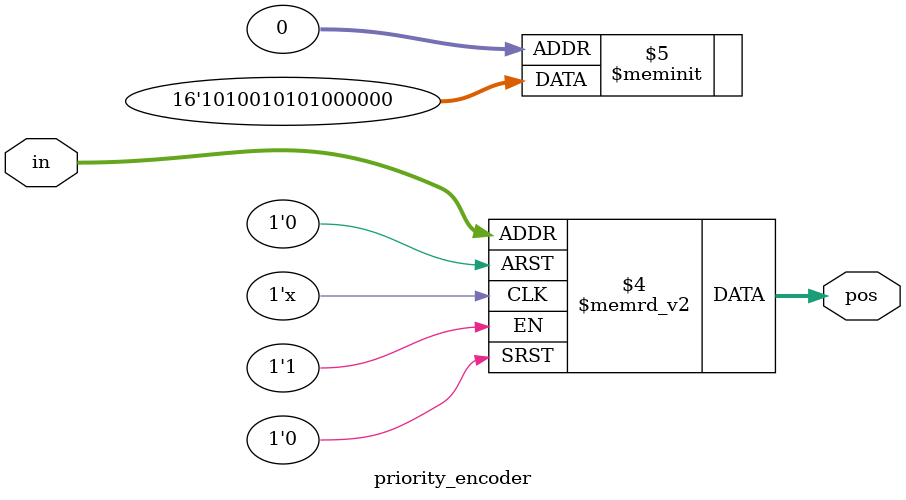
<source format=v>
module priority_encoder( 
input [2:0] in,
output reg [1:0] pos ); 
// When sel=1, assign b to out
always @(*) 
begin 
case(in) 
3'd0: pos=2'd0; 
3'd1: pos=2'd0; 
3'd2: pos=2'd0; 
3'd3: pos=2'd1; 
3'd4: pos=2'd1; 
3'd5: pos=2'd1; 
3'd6: pos=2'd2; 
3'd7: pos=2'd2; 
default: pos=2'd0; 
endcase 
end 
endmodule

</source>
